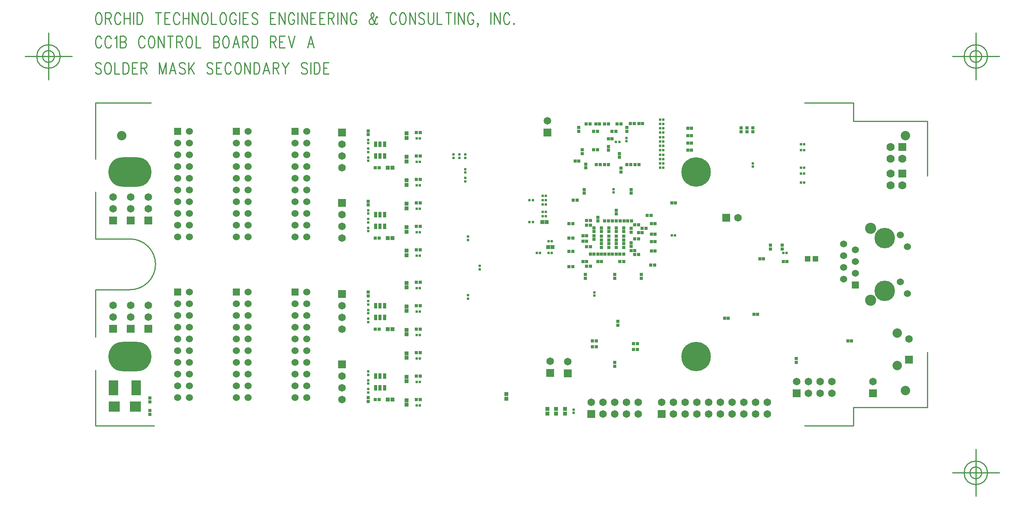
<source format=gbr>
*
*
G04 PADS 9.2 Build Number: 414666 generated Gerber (RS-274-X) file*
G04 PC Version=2.1*
*
%IN "CC1B_080118.pcb"*%
*
%MOIN*%
*
%FSLAX24Y24*%
*
*
*
*
G04 PC Standard Apertures*
*
*
G04 Thermal Relief Aperture macro.*
%AMTER*
1,1,$1,0,0*
1,0,$1-$2,0,0*
21,0,$3,$4,0,0,45*
21,0,$3,$4,0,0,135*
%
*
*
G04 Annular Aperture macro.*
%AMANN*
1,1,$1,0,0*
1,0,$2,0,0*
%
*
*
G04 Odd Aperture macro.*
%AMODD*
1,1,$1,0,0*
1,0,$1-0.005,0,0*
%
*
*
G04 PC Custom Aperture Macros*
*
*
*
*
*
*
G04 PC Aperture Table*
*
%ADD010C,0.001*%
%ADD013R,0.06X0.06*%
%ADD014C,0.06*%
%ADD021R,0.065X0.065*%
%ADD022C,0.065*%
%ADD028C,0.01*%
%ADD073R,0.07X0.07*%
%ADD074C,0.07*%
%ADD076R,0.027X0.025*%
%ADD079C,0.08*%
%ADD090R,0.035X0.035*%
%ADD094R,0.025X0.027*%
%ADD155R,0.033X0.033*%
%ADD193R,0.03X0.05*%
%ADD240R,0.021X0.023*%
%ADD242R,0.023X0.021*%
%ADD337R,0.045X0.05*%
%ADD356C,0.251*%
%ADD357O,0.369X0.251*%
%ADD358C,0.095*%
%ADD359C,0.175*%
%ADD360R,0.082X0.129*%
%ADD361R,0.095X0.085*%
*
*
*
*
G04 PC Circuitry*
G04 Layer Name CC1B_080118.pcb - circuitry*
%LPD*%
*
*
G04 PC Custom Flashes*
G04 Layer Name CC1B_080118.pcb - flashes*
%LPD*%
*
*
G04 PC Circuitry*
G04 Layer Name CC1B_080118.pcb - circuitry*
%LPD*%
*
G54D10*
G54D13*
G01X27000Y45129D03*
Y31429D03*
X32000Y45129D03*
Y31429D03*
X37000Y45129D03*
Y31429D03*
X84750Y32029D03*
G54D14*
X28000Y45129D03*
X27000Y44129D03*
X28000D03*
X27000Y43129D03*
X28000D03*
X27000Y42129D03*
X28000D03*
X27000Y41129D03*
X28000D03*
X27000Y40129D03*
X28000D03*
X27000Y39129D03*
X28000D03*
X27000Y38129D03*
X28000D03*
X27000Y37129D03*
X28000D03*
X27000Y36129D03*
X28000D03*
Y31429D03*
X27000Y30429D03*
X28000D03*
X27000Y29429D03*
X28000D03*
X27000Y28429D03*
X28000D03*
X27000Y27429D03*
X28000D03*
X27000Y26429D03*
X28000D03*
X27000Y25429D03*
X28000D03*
X27000Y24429D03*
X28000D03*
X27000Y23429D03*
X28000D03*
X27000Y22429D03*
X28000D03*
X33000Y45129D03*
X32000Y44129D03*
X33000D03*
X32000Y43129D03*
X33000D03*
X32000Y42129D03*
X33000D03*
X32000Y41129D03*
X33000D03*
X32000Y40129D03*
X33000D03*
X32000Y39129D03*
X33000D03*
X32000Y38129D03*
X33000D03*
X32000Y37129D03*
X33000D03*
X32000Y36129D03*
X33000D03*
Y31429D03*
X32000Y30429D03*
X33000D03*
X32000Y29429D03*
X33000D03*
X32000Y28429D03*
X33000D03*
X32000Y27429D03*
X33000D03*
X32000Y26429D03*
X33000D03*
X32000Y25429D03*
X33000D03*
X32000Y24429D03*
X33000D03*
X32000Y23429D03*
X33000D03*
X32000Y22429D03*
X33000D03*
X38000Y45129D03*
X37000Y44129D03*
X38000D03*
X37000Y43129D03*
X38000D03*
X37000Y42129D03*
X38000D03*
X37000Y41129D03*
X38000D03*
X37000Y40129D03*
X38000D03*
X37000Y39129D03*
X38000D03*
X37000Y38129D03*
X38000D03*
X37000Y37129D03*
X38000D03*
X37000Y36129D03*
X38000D03*
Y31429D03*
X37000Y30429D03*
X38000D03*
X37000Y29429D03*
X38000D03*
X37000Y28429D03*
X38000D03*
X37000Y27429D03*
X38000D03*
X37000Y26429D03*
X38000D03*
X37000Y25429D03*
X38000D03*
X37000Y24429D03*
X38000D03*
X37000Y23429D03*
X38000D03*
X37000Y22429D03*
X38000D03*
X83750Y32529D03*
X84750Y33029D03*
X83750Y33529D03*
X84750Y34029D03*
X83750Y34529D03*
X84750Y35029D03*
X83750Y35529D03*
X89179Y31289D03*
X88580Y32289D03*
X89179Y35269D03*
X88580Y36269D03*
G54D21*
X41000Y45000D03*
Y39000D03*
Y31250D03*
Y25250D03*
X62250Y21029D03*
X79750Y22779D03*
X58750Y24500D03*
X73750Y37750D03*
X58500Y45000D03*
X86250Y22779D03*
X60250Y24470D03*
X21500Y37529D03*
Y28279D03*
X23000Y37529D03*
Y28279D03*
X24500D03*
Y37529D03*
X68250Y21029D03*
X89291Y25644D03*
G54D22*
X41000Y44000D03*
Y43000D03*
Y42000D03*
Y38000D03*
Y37000D03*
Y36000D03*
Y30250D03*
Y29250D03*
Y28250D03*
Y24250D03*
Y23250D03*
Y22250D03*
X62250Y22029D03*
X63250Y21029D03*
Y22029D03*
X64250Y21029D03*
Y22029D03*
X65250Y21029D03*
Y22029D03*
X66250Y21029D03*
Y22029D03*
X79750Y23779D03*
X80750Y22779D03*
Y23779D03*
X81750Y22779D03*
Y23779D03*
X82750Y22779D03*
Y23779D03*
X58750Y25500D03*
X74750Y37750D03*
X58500Y46000D03*
X86250Y23779D03*
X60250Y25470D03*
X21500Y38529D03*
Y39529D03*
Y29279D03*
Y30279D03*
X23000Y38529D03*
Y39529D03*
Y29279D03*
Y30279D03*
X24500Y29279D03*
Y30279D03*
Y38529D03*
Y39529D03*
X68250Y22029D03*
X69250Y21029D03*
Y22029D03*
X70250Y21029D03*
Y22029D03*
X71250Y21029D03*
Y22029D03*
X72250Y21029D03*
Y22029D03*
X73250Y21029D03*
Y22029D03*
X74250Y21029D03*
Y22029D03*
X75250Y21029D03*
Y22029D03*
X76250Y21029D03*
Y22029D03*
X77250Y21029D03*
Y22029D03*
X89291Y27414D03*
G54D28*
X20472Y50843D02*
X20404Y50937D01*
X20404D02*
X20301Y50984D01*
X20301D02*
X20165D01*
X20063Y50937*
X20063D02*
X19995Y50843D01*
X19995D02*
Y50750D01*
X20029Y50656*
X20063Y50609*
X20131Y50562*
X20131D02*
X20335Y50468D01*
X20335D02*
X20404Y50421D01*
X20404D02*
X20438Y50375D01*
X20472Y50281*
Y50140*
X20472D02*
X20404Y50046D01*
X20404D02*
X20301Y50000D01*
X20301D02*
X20165D01*
X20063Y50046*
X20063D02*
X19995Y50140D01*
X20983Y50984D02*
X20915Y50937D01*
X20915D02*
X20847Y50843D01*
X20847D02*
X20813Y50750D01*
X20779Y50609*
Y50375*
X20813Y50234*
X20847Y50140*
X20847D02*
X20915Y50046D01*
X20915D02*
X20983Y50000D01*
X20983D02*
X21120D01*
X21188Y50046*
X21188D02*
X21256Y50140D01*
X21256D02*
X21290Y50234D01*
X21324Y50375*
X21324D02*
Y50609D01*
X21324D02*
X21290Y50750D01*
X21256Y50843*
X21256D02*
X21188Y50937D01*
X21188D02*
X21120Y50984D01*
X20983*
X21631D02*
Y50000D01*
X22040*
X22347Y50984D02*
Y50000D01*
Y50984D02*
X22585D01*
X22585D02*
X22688Y50937D01*
X22688D02*
X22756Y50843D01*
X22756D02*
X22790Y50750D01*
X22824Y50609*
X22824D02*
Y50375D01*
X22824D02*
X22790Y50234D01*
X22756Y50140*
X22756D02*
X22688Y50046D01*
X22688D02*
X22585Y50000D01*
X22585D02*
X22347D01*
X23131Y50984D02*
Y50000D01*
Y50984D02*
X23574D01*
X23131Y50515D02*
X23404D01*
X23131Y50000D02*
X23574D01*
X23881Y50984D02*
Y50000D01*
Y50984D02*
X24188D01*
X24290Y50937*
X24290D02*
X24324Y50890D01*
X24324D02*
X24358Y50796D01*
X24358D02*
Y50703D01*
X24358D02*
X24324Y50609D01*
X24324D02*
X24290Y50562D01*
X24290D02*
X24188Y50515D01*
X24188D02*
X23881D01*
X24120D02*
X24358Y50000D01*
X25449Y50984D02*
Y50000D01*
Y50984D02*
X25722Y50000D01*
X25995Y50984D02*
X25722Y50000D01*
X25995Y50984D02*
Y50000D01*
X26574Y50984D02*
X26301Y50000D01*
X26574Y50984D02*
X26847Y50000D01*
X26404Y50328D02*
X26745D01*
X27631Y50843D02*
X27563Y50937D01*
X27563D02*
X27460Y50984D01*
X27460D02*
X27324D01*
X27324D02*
X27222Y50937D01*
X27222D02*
X27154Y50843D01*
X27154D02*
Y50750D01*
X27188Y50656*
X27222Y50609*
X27290Y50562*
X27290D02*
X27495Y50468D01*
X27495D02*
X27563Y50421D01*
X27563D02*
X27597Y50375D01*
X27631Y50281*
Y50140*
X27631D02*
X27563Y50046D01*
X27563D02*
X27460Y50000D01*
X27460D02*
X27324D01*
X27324D02*
X27222Y50046D01*
X27222D02*
X27154Y50140D01*
X27938Y50984D02*
Y50000D01*
X28415Y50984D02*
X27938Y50328D01*
X28108Y50562D02*
X28415Y50000D01*
X29983Y50843D02*
X29915Y50937D01*
X29915D02*
X29813Y50984D01*
X29676*
X29676D02*
X29574Y50937D01*
X29574D02*
X29506Y50843D01*
X29506D02*
Y50750D01*
X29540Y50656*
X29574Y50609*
X29574D02*
X29642Y50562D01*
X29642D02*
X29847Y50468D01*
X29847D02*
X29915Y50421D01*
X29915D02*
X29949Y50375D01*
X29949D02*
X29983Y50281D01*
X29983D02*
Y50140D01*
X29983D02*
X29915Y50046D01*
X29915D02*
X29813Y50000D01*
X29676*
X29676D02*
X29574Y50046D01*
X29574D02*
X29506Y50140D01*
X30290Y50984D02*
Y50000D01*
Y50984D02*
X30733D01*
X30290Y50515D02*
X30563D01*
X30290Y50000D02*
X30733D01*
X31551Y50750D02*
X31517Y50843D01*
X31517D02*
X31449Y50937D01*
X31449D02*
X31381Y50984D01*
X31245*
X31176Y50937*
X31176D02*
X31108Y50843D01*
X31108D02*
X31074Y50750D01*
X31074D02*
X31040Y50609D01*
Y50375*
X31074Y50234*
X31074D02*
X31108Y50140D01*
X31108D02*
X31176Y50046D01*
X31176D02*
X31245Y50000D01*
X31381*
X31449Y50046*
X31449D02*
X31517Y50140D01*
X31517D02*
X31551Y50234D01*
X32063Y50984D02*
X31995Y50937D01*
X31995D02*
X31926Y50843D01*
X31926D02*
X31892Y50750D01*
X31892D02*
X31858Y50609D01*
X31858D02*
Y50375D01*
X31858D02*
X31892Y50234D01*
X31892D02*
X31926Y50140D01*
X31926D02*
X31995Y50046D01*
X31995D02*
X32063Y50000D01*
X32199*
X32199D02*
X32267Y50046D01*
X32267D02*
X32335Y50140D01*
X32335D02*
X32370Y50234D01*
X32404Y50375*
Y50609*
X32370Y50750*
X32335Y50843*
X32335D02*
X32267Y50937D01*
X32267D02*
X32199Y50984D01*
X32199D02*
X32063D01*
X32710D02*
Y50000D01*
Y50984D02*
X33188Y50000D01*
Y50984D02*
Y50000D01*
X33495Y50984D02*
Y50000D01*
Y50984D02*
X33733D01*
X33733D02*
X33835Y50937D01*
X33835D02*
X33904Y50843D01*
X33904D02*
X33938Y50750D01*
X33972Y50609*
Y50375*
X33938Y50234*
X33904Y50140*
X33904D02*
X33835Y50046D01*
X33835D02*
X33733Y50000D01*
X33733D02*
X33495D01*
X34551Y50984D02*
X34279Y50000D01*
X34551Y50984D02*
X34824Y50000D01*
X34381Y50328D02*
X34722D01*
X35131Y50984D02*
Y50000D01*
Y50984D02*
X35438D01*
X35540Y50937*
X35540D02*
X35574Y50890D01*
X35574D02*
X35608Y50796D01*
X35608D02*
Y50703D01*
X35608D02*
X35574Y50609D01*
X35574D02*
X35540Y50562D01*
X35540D02*
X35438Y50515D01*
X35438D02*
X35131D01*
X35370D02*
X35608Y50000D01*
X35915Y50984D02*
X36188Y50515D01*
X36188D02*
Y50000D01*
X36460Y50984D02*
X36188Y50515D01*
X38029Y50843D02*
X37960Y50937D01*
X37960D02*
X37858Y50984D01*
X37858D02*
X37722D01*
X37620Y50937*
X37620D02*
X37551Y50843D01*
X37551D02*
Y50750D01*
X37551D02*
X37585Y50656D01*
X37585D02*
X37620Y50609D01*
X37688Y50562*
X37688D02*
X37892Y50468D01*
X37892D02*
X37960Y50421D01*
X37960D02*
X37995Y50375D01*
X38029Y50281*
Y50140*
X38029D02*
X37960Y50046D01*
X37960D02*
X37858Y50000D01*
X37858D02*
X37722D01*
X37620Y50046*
X37620D02*
X37551Y50140D01*
X38335Y50984D02*
Y50000D01*
X38642Y50984D02*
Y50000D01*
Y50984D02*
X38881D01*
X38983Y50937*
X38983D02*
X39051Y50843D01*
X39051D02*
X39085Y50750D01*
X39085D02*
X39120Y50609D01*
Y50375*
X39085Y50234*
X39085D02*
X39051Y50140D01*
X39051D02*
X38983Y50046D01*
X38983D02*
X38881Y50000D01*
X38642*
X39426Y50984D02*
Y50000D01*
Y50984D02*
X39870D01*
X39426Y50515D02*
X39699D01*
X39426Y50000D02*
X39870D01*
X20511Y53000D02*
X20477Y53093D01*
X20477D02*
X20409Y53187D01*
X20409D02*
X20340Y53234D01*
X20340D02*
X20204D01*
X20204D02*
X20136Y53187D01*
X20136D02*
X20068Y53093D01*
X20068D02*
X20034Y53000D01*
X20000Y52859*
Y52625*
X20034Y52484*
X20068Y52390*
X20068D02*
X20136Y52296D01*
X20136D02*
X20204Y52250D01*
X20204D02*
X20340D01*
X20340D02*
X20409Y52296D01*
X20409D02*
X20477Y52390D01*
X20477D02*
X20511Y52484D01*
X21329Y53000D02*
X21295Y53093D01*
X21295D02*
X21227Y53187D01*
X21227D02*
X21159Y53234D01*
X21022*
X21022D02*
X20954Y53187D01*
X20954D02*
X20886Y53093D01*
X20886D02*
X20852Y53000D01*
X20818Y52859*
Y52625*
X20852Y52484*
X20886Y52390*
X20886D02*
X20954Y52296D01*
X20954D02*
X21022Y52250D01*
X21022D02*
X21159D01*
X21227Y52296*
X21227D02*
X21295Y52390D01*
X21295D02*
X21329Y52484D01*
X21636Y53046D02*
X21704Y53093D01*
X21704D02*
X21806Y53234D01*
X21806D02*
Y52250D01*
X22113Y53234D02*
Y52250D01*
Y53234D02*
X22420D01*
X22522Y53187*
X22522D02*
X22556Y53140D01*
X22556D02*
X22590Y53046D01*
X22590D02*
Y52953D01*
X22590D02*
X22556Y52859D01*
X22556D02*
X22522Y52812D01*
X22522D02*
X22420Y52765D01*
X22113D02*
X22420D01*
X22420D02*
X22522Y52718D01*
X22522D02*
X22556Y52671D01*
X22556D02*
X22590Y52578D01*
X22590D02*
Y52437D01*
X22590D02*
X22556Y52343D01*
X22556D02*
X22522Y52296D01*
X22522D02*
X22420Y52250D01*
X22113*
X24193Y53000D02*
X24159Y53093D01*
X24159D02*
X24090Y53187D01*
X24090D02*
X24022Y53234D01*
X24022D02*
X23886D01*
X23818Y53187*
X23818D02*
X23750Y53093D01*
X23750D02*
X23715Y53000D01*
X23715D02*
X23681Y52859D01*
X23681D02*
Y52625D01*
X23681D02*
X23715Y52484D01*
X23715D02*
X23750Y52390D01*
X23750D02*
X23818Y52296D01*
X23818D02*
X23886Y52250D01*
X24022*
X24022D02*
X24090Y52296D01*
X24090D02*
X24159Y52390D01*
X24159D02*
X24193Y52484D01*
X24704Y53234D02*
X24636Y53187D01*
X24636D02*
X24568Y53093D01*
X24568D02*
X24534Y53000D01*
X24500Y52859*
Y52625*
X24534Y52484*
X24568Y52390*
X24568D02*
X24636Y52296D01*
X24636D02*
X24704Y52250D01*
X24704D02*
X24840D01*
X24840D02*
X24909Y52296D01*
X24909D02*
X24977Y52390D01*
X24977D02*
X25011Y52484D01*
X25045Y52625*
Y52859*
X25011Y53000*
X24977Y53093*
X24977D02*
X24909Y53187D01*
X24909D02*
X24840Y53234D01*
X24840D02*
X24704D01*
X25352D02*
Y52250D01*
Y53234D02*
X25829Y52250D01*
Y53234D02*
Y52250D01*
X26375Y53234D02*
Y52250D01*
X26136Y53234D02*
X26613D01*
X26920D02*
Y52250D01*
Y53234D02*
X27227D01*
X27329Y53187*
X27329D02*
X27363Y53140D01*
X27363D02*
X27397Y53046D01*
X27397D02*
Y52953D01*
X27397D02*
X27363Y52859D01*
X27363D02*
X27329Y52812D01*
X27329D02*
X27227Y52765D01*
X27227D02*
X26920D01*
X27159D02*
X27397Y52250D01*
X27909Y53234D02*
X27840Y53187D01*
X27840D02*
X27772Y53093D01*
X27772D02*
X27738Y53000D01*
X27738D02*
X27704Y52859D01*
X27704D02*
Y52625D01*
X27704D02*
X27738Y52484D01*
X27738D02*
X27772Y52390D01*
X27772D02*
X27840Y52296D01*
X27840D02*
X27909Y52250D01*
X28045*
X28113Y52296*
X28113D02*
X28181Y52390D01*
X28181D02*
X28215Y52484D01*
X28215D02*
X28250Y52625D01*
Y52859*
X28215Y53000*
X28215D02*
X28181Y53093D01*
X28181D02*
X28113Y53187D01*
X28113D02*
X28045Y53234D01*
X27909*
X28556D02*
Y52250D01*
X28556D02*
X28965D01*
X30056Y53234D02*
Y52250D01*
Y53234D02*
X30363D01*
X30363D02*
X30465Y53187D01*
X30465D02*
X30500Y53140D01*
X30500D02*
X30534Y53046D01*
X30534D02*
Y52953D01*
X30500Y52859*
X30465Y52812*
X30465D02*
X30363Y52765D01*
X30056D02*
X30363D01*
X30363D02*
X30465Y52718D01*
X30465D02*
X30500Y52671D01*
X30500D02*
X30534Y52578D01*
Y52437*
X30534D02*
X30500Y52343D01*
X30500D02*
X30465Y52296D01*
X30465D02*
X30363Y52250D01*
X30363D02*
X30056D01*
X31045Y53234D02*
X30977Y53187D01*
X30977D02*
X30909Y53093D01*
X30909D02*
X30875Y53000D01*
X30840Y52859*
X30840D02*
Y52625D01*
X30840D02*
X30875Y52484D01*
X30909Y52390*
X30909D02*
X30977Y52296D01*
X30977D02*
X31045Y52250D01*
X31181*
X31181D02*
X31250Y52296D01*
X31250D02*
X31318Y52390D01*
X31318D02*
X31352Y52484D01*
X31386Y52625*
Y52859*
X31352Y53000*
X31318Y53093*
X31318D02*
X31250Y53187D01*
X31250D02*
X31181Y53234D01*
X31181D02*
X31045D01*
X31965D02*
X31693Y52250D01*
X31965Y53234D02*
X32238Y52250D01*
X31795Y52578D02*
X32136D01*
X32545Y53234D02*
Y52250D01*
Y53234D02*
X32852D01*
X32954Y53187*
X32954D02*
X32988Y53140D01*
X32988D02*
X33022Y53046D01*
X33022D02*
Y52953D01*
X33022D02*
X32988Y52859D01*
X32988D02*
X32954Y52812D01*
X32954D02*
X32852Y52765D01*
X32852D02*
X32545D01*
X32784D02*
X33022Y52250D01*
X33329Y53234D02*
Y52250D01*
Y53234D02*
X33568D01*
X33670Y53187*
X33670D02*
X33738Y53093D01*
X33738D02*
X33772Y53000D01*
X33772D02*
X33806Y52859D01*
X33806D02*
Y52625D01*
X33806D02*
X33772Y52484D01*
X33772D02*
X33738Y52390D01*
X33738D02*
X33670Y52296D01*
X33670D02*
X33568Y52250D01*
X33329*
X34897Y53234D02*
Y52250D01*
Y53234D02*
X35204D01*
X35204D02*
X35306Y53187D01*
X35306D02*
X35340Y53140D01*
X35340D02*
X35375Y53046D01*
X35375D02*
Y52953D01*
X35340Y52859*
X35340D02*
X35306Y52812D01*
X35306D02*
X35204Y52765D01*
X35204D02*
X34897D01*
X35136D02*
X35375Y52250D01*
X35681Y53234D02*
Y52250D01*
Y53234D02*
X36125D01*
X35681Y52765D02*
X35954D01*
X35681Y52250D02*
X36125D01*
X36431Y53234D02*
X36704Y52250D01*
X36977Y53234D02*
X36704Y52250D01*
X38340Y53234D02*
X38068Y52250D01*
X38340Y53234D02*
X38613Y52250D01*
X38170Y52578D02*
X38511D01*
X20204Y55234D02*
X20136Y55187D01*
X20136D02*
X20068Y55093D01*
X20068D02*
X20034Y55000D01*
X20000Y54859*
Y54625*
X20034Y54484*
X20068Y54390*
X20068D02*
X20136Y54296D01*
X20136D02*
X20204Y54250D01*
X20204D02*
X20340D01*
X20340D02*
X20409Y54296D01*
X20409D02*
X20477Y54390D01*
X20477D02*
X20511Y54484D01*
X20545Y54625*
Y54859*
X20511Y55000*
X20477Y55093*
X20477D02*
X20409Y55187D01*
X20409D02*
X20340Y55234D01*
X20340D02*
X20204D01*
X20852D02*
Y54250D01*
Y55234D02*
X21159D01*
X21261Y55187*
X21261D02*
X21295Y55140D01*
X21295D02*
X21329Y55046D01*
X21329D02*
Y54953D01*
X21329D02*
X21295Y54859D01*
X21261Y54812*
X21261D02*
X21159Y54765D01*
X21159D02*
X20852D01*
X21090D02*
X21329Y54250D01*
X22147Y55000D02*
X22113Y55093D01*
X22113D02*
X22045Y55187D01*
X22045D02*
X21977Y55234D01*
X21840*
X21840D02*
X21772Y55187D01*
X21772D02*
X21704Y55093D01*
X21704D02*
X21670Y55000D01*
X21636Y54859*
Y54625*
X21670Y54484*
X21704Y54390*
X21704D02*
X21772Y54296D01*
X21772D02*
X21840Y54250D01*
X21840D02*
X21977D01*
X22045Y54296*
X22045D02*
X22113Y54390D01*
X22113D02*
X22147Y54484D01*
X22454Y55234D02*
Y54250D01*
X22931Y55234D02*
Y54250D01*
X22454Y54765D02*
X22931D01*
X23238Y55234D02*
Y54250D01*
X23545Y55234D02*
Y54250D01*
Y55234D02*
X23784D01*
X23886Y55187*
X23886D02*
X23954Y55093D01*
X23954D02*
X23988Y55000D01*
X23988D02*
X24022Y54859D01*
X24022D02*
Y54625D01*
X24022D02*
X23988Y54484D01*
X23988D02*
X23954Y54390D01*
X23954D02*
X23886Y54296D01*
X23886D02*
X23784Y54250D01*
X23545*
X25352Y55234D02*
Y54250D01*
X25113Y55234D02*
X25590D01*
X25897D02*
Y54250D01*
Y55234D02*
X26340D01*
X25897Y54765D02*
X26170D01*
X25897Y54250D02*
X26340D01*
X27159Y55000D02*
X27125Y55093D01*
X27125D02*
X27056Y55187D01*
X27056D02*
X26988Y55234D01*
X26988D02*
X26852D01*
X26784Y55187*
X26784D02*
X26715Y55093D01*
X26715D02*
X26681Y55000D01*
X26681D02*
X26647Y54859D01*
X26647D02*
Y54625D01*
X26647D02*
X26681Y54484D01*
X26681D02*
X26715Y54390D01*
X26715D02*
X26784Y54296D01*
X26784D02*
X26852Y54250D01*
X26988*
X26988D02*
X27056Y54296D01*
X27056D02*
X27125Y54390D01*
X27125D02*
X27159Y54484D01*
X27465Y55234D02*
Y54250D01*
X27943Y55234D02*
Y54250D01*
X27465Y54765D02*
X27943D01*
X28250Y55234D02*
Y54250D01*
Y55234D02*
X28727Y54250D01*
Y55234D02*
Y54250D01*
X29238Y55234D02*
X29170Y55187D01*
X29170D02*
X29102Y55093D01*
X29102D02*
X29068Y55000D01*
X29034Y54859*
Y54625*
X29068Y54484*
X29102Y54390*
X29102D02*
X29170Y54296D01*
X29170D02*
X29238Y54250D01*
X29238D02*
X29375D01*
X29443Y54296*
X29443D02*
X29511Y54390D01*
X29511D02*
X29545Y54484D01*
X29579Y54625*
X29579D02*
Y54859D01*
X29579D02*
X29545Y55000D01*
X29511Y55093*
X29511D02*
X29443Y55187D01*
X29443D02*
X29375Y55234D01*
X29238*
X29886D02*
Y54250D01*
X30295*
X30806Y55234D02*
X30738Y55187D01*
X30738D02*
X30670Y55093D01*
X30670D02*
X30636Y55000D01*
X30602Y54859*
Y54625*
X30636Y54484*
X30670Y54390*
X30670D02*
X30738Y54296D01*
X30738D02*
X30806Y54250D01*
X30806D02*
X30943D01*
X31011Y54296*
X31011D02*
X31079Y54390D01*
X31079D02*
X31113Y54484D01*
X31113D02*
X31147Y54625D01*
X31147D02*
Y54859D01*
X31147D02*
X31113Y55000D01*
X31113D02*
X31079Y55093D01*
X31079D02*
X31011Y55187D01*
X31011D02*
X30943Y55234D01*
X30806*
X31965Y55000D02*
X31931Y55093D01*
X31931D02*
X31863Y55187D01*
X31863D02*
X31795Y55234D01*
X31659*
X31590Y55187*
X31590D02*
X31522Y55093D01*
X31522D02*
X31488Y55000D01*
X31488D02*
X31454Y54859D01*
X31454D02*
Y54625D01*
X31454D02*
X31488Y54484D01*
X31488D02*
X31522Y54390D01*
X31522D02*
X31590Y54296D01*
X31590D02*
X31659Y54250D01*
X31795*
X31863Y54296*
X31863D02*
X31931Y54390D01*
X31931D02*
X31965Y54484D01*
X31965D02*
Y54625D01*
X31795D02*
X31965D01*
X32272Y55234D02*
Y54250D01*
X32579Y55234D02*
Y54250D01*
Y55234D02*
X33022D01*
X32579Y54765D02*
X32852D01*
X32579Y54250D02*
X33022D01*
X33806Y55093D02*
X33738Y55187D01*
X33738D02*
X33636Y55234D01*
X33500*
X33397Y55187*
X33397D02*
X33329Y55093D01*
X33329D02*
Y55000D01*
X33329D02*
X33363Y54906D01*
X33363D02*
X33397Y54859D01*
X33397D02*
X33465Y54812D01*
X33465D02*
X33670Y54718D01*
X33670D02*
X33738Y54671D01*
X33738D02*
X33772Y54625D01*
X33772D02*
X33806Y54531D01*
X33806D02*
Y54390D01*
X33806D02*
X33738Y54296D01*
X33738D02*
X33636Y54250D01*
X33500*
X33397Y54296*
X33397D02*
X33329Y54390D01*
X34897Y55234D02*
Y54250D01*
Y55234D02*
X35340D01*
X34897Y54765D02*
X35170D01*
X34897Y54250D02*
X35340D01*
X35647Y55234D02*
Y54250D01*
Y55234D02*
X36125Y54250D01*
Y55234D02*
Y54250D01*
X36943Y55000D02*
X36909Y55093D01*
X36909D02*
X36840Y55187D01*
X36840D02*
X36772Y55234D01*
X36772D02*
X36636D01*
X36568Y55187*
X36568D02*
X36500Y55093D01*
X36500D02*
X36465Y55000D01*
X36465D02*
X36431Y54859D01*
X36431D02*
Y54625D01*
X36431D02*
X36465Y54484D01*
X36465D02*
X36500Y54390D01*
X36500D02*
X36568Y54296D01*
X36568D02*
X36636Y54250D01*
X36772*
X36772D02*
X36840Y54296D01*
X36840D02*
X36909Y54390D01*
X36909D02*
X36943Y54484D01*
Y54625*
X36772D02*
X36943D01*
X37250Y55234D02*
Y54250D01*
X37556Y55234D02*
Y54250D01*
Y55234D02*
X38034Y54250D01*
Y55234D02*
Y54250D01*
X38340Y55234D02*
Y54250D01*
Y55234D02*
X38784D01*
X38340Y54765D02*
X38613D01*
X38340Y54250D02*
X38784D01*
X39090Y55234D02*
Y54250D01*
Y55234D02*
X39534D01*
X39090Y54765D02*
X39363D01*
X39090Y54250D02*
X39534D01*
X39840Y55234D02*
Y54250D01*
Y55234D02*
X40147D01*
X40147D02*
X40250Y55187D01*
X40250D02*
X40284Y55140D01*
X40284D02*
X40318Y55046D01*
X40318D02*
Y54953D01*
X40284Y54859*
X40250Y54812*
X40250D02*
X40147Y54765D01*
X40147D02*
X39840D01*
X40079D02*
X40318Y54250D01*
X40625Y55234D02*
Y54250D01*
X40931Y55234D02*
Y54250D01*
Y55234D02*
X41409Y54250D01*
Y55234D02*
Y54250D01*
X42227Y55000D02*
X42193Y55093D01*
X42193D02*
X42125Y55187D01*
X42125D02*
X42056Y55234D01*
X42056D02*
X41920D01*
X41852Y55187*
X41852D02*
X41784Y55093D01*
X41784D02*
X41750Y55000D01*
X41715Y54859*
X41715D02*
Y54625D01*
X41715D02*
X41750Y54484D01*
X41784Y54390*
X41784D02*
X41852Y54296D01*
X41852D02*
X41920Y54250D01*
X42056*
X42056D02*
X42125Y54296D01*
X42125D02*
X42193Y54390D01*
X42193D02*
X42227Y54484D01*
Y54625*
X42056D02*
X42227D01*
X44000Y54812D02*
Y54859D01*
X43965Y54906*
X43965D02*
X43931D01*
X43931D02*
X43897Y54859D01*
X43897D02*
X43863Y54765D01*
X43863D02*
X43795Y54531D01*
X43727Y54390*
X43727D02*
X43659Y54296D01*
X43659D02*
X43590Y54250D01*
X43590D02*
X43454D01*
X43454D02*
X43386Y54296D01*
X43386D02*
X43352Y54343D01*
X43352D02*
X43318Y54437D01*
X43318D02*
Y54531D01*
X43352Y54625*
X43386Y54671*
X43386D02*
X43625Y54859D01*
X43659Y54906*
X43693Y55000*
Y55093*
X43693D02*
X43659Y55187D01*
X43659D02*
X43590Y55234D01*
X43590D02*
X43522Y55187D01*
X43522D02*
X43488Y55093D01*
X43488D02*
Y55000D01*
X43488D02*
X43522Y54859D01*
X43522D02*
X43590Y54718D01*
X43590D02*
X43761Y54390D01*
X43761D02*
X43829Y54296D01*
X43829D02*
X43897Y54250D01*
X43897D02*
X43965D01*
X43965D02*
X44000Y54296D01*
X44000D02*
Y54343D01*
X45602Y55000D02*
X45568Y55093D01*
X45568D02*
X45500Y55187D01*
X45500D02*
X45431Y55234D01*
X45431D02*
X45295D01*
X45227Y55187*
X45227D02*
X45159Y55093D01*
X45159D02*
X45125Y55000D01*
X45090Y54859*
X45090D02*
Y54625D01*
X45090D02*
X45125Y54484D01*
X45159Y54390*
X45159D02*
X45227Y54296D01*
X45227D02*
X45295Y54250D01*
X45431*
X45431D02*
X45500Y54296D01*
X45500D02*
X45568Y54390D01*
X45568D02*
X45602Y54484D01*
X46113Y55234D02*
X46045Y55187D01*
X46045D02*
X45977Y55093D01*
X45977D02*
X45943Y55000D01*
X45909Y54859*
Y54625*
X45943Y54484*
X45977Y54390*
X45977D02*
X46045Y54296D01*
X46045D02*
X46113Y54250D01*
X46113D02*
X46250D01*
X46318Y54296*
X46318D02*
X46386Y54390D01*
X46386D02*
X46420Y54484D01*
X46454Y54625*
X46454D02*
Y54859D01*
X46454D02*
X46420Y55000D01*
X46386Y55093*
X46386D02*
X46318Y55187D01*
X46318D02*
X46250Y55234D01*
X46113*
X46761D02*
Y54250D01*
Y55234D02*
X47238Y54250D01*
Y55234D02*
Y54250D01*
X48022Y55093D02*
X47954Y55187D01*
X47954D02*
X47852Y55234D01*
X47715*
X47715D02*
X47613Y55187D01*
X47613D02*
X47545Y55093D01*
X47545D02*
Y55000D01*
X47579Y54906*
X47579D02*
X47613Y54859D01*
X47613D02*
X47681Y54812D01*
X47681D02*
X47886Y54718D01*
X47886D02*
X47954Y54671D01*
X47954D02*
X47988Y54625D01*
X47988D02*
X48022Y54531D01*
X48022D02*
Y54390D01*
X48022D02*
X47954Y54296D01*
X47954D02*
X47852Y54250D01*
X47715*
X47715D02*
X47613Y54296D01*
X47613D02*
X47545Y54390D01*
X48329Y55234D02*
Y54531D01*
X48329D02*
X48363Y54390D01*
X48363D02*
X48431Y54296D01*
X48431D02*
X48534Y54250D01*
X48602*
X48704Y54296*
X48704D02*
X48772Y54390D01*
X48772D02*
X48806Y54531D01*
X48806D02*
Y55234D01*
X49113D02*
Y54250D01*
X49113D02*
X49522D01*
X50068Y55234D02*
Y54250D01*
X49829Y55234D02*
X50306D01*
X50613D02*
Y54250D01*
X50920Y55234D02*
Y54250D01*
Y55234D02*
X51397Y54250D01*
Y55234D02*
Y54250D01*
X52215Y55000D02*
X52181Y55093D01*
X52181D02*
X52113Y55187D01*
X52113D02*
X52045Y55234D01*
X51909*
X51840Y55187*
X51840D02*
X51772Y55093D01*
X51772D02*
X51738Y55000D01*
X51738D02*
X51704Y54859D01*
X51704D02*
Y54625D01*
X51704D02*
X51738Y54484D01*
X51738D02*
X51772Y54390D01*
X51772D02*
X51840Y54296D01*
X51840D02*
X51909Y54250D01*
X52045*
X52113Y54296*
X52113D02*
X52181Y54390D01*
X52181D02*
X52215Y54484D01*
X52215D02*
Y54625D01*
X52045D02*
X52215D01*
X52590Y54296D02*
X52556Y54250D01*
X52556D02*
X52522Y54296D01*
X52522D02*
X52556Y54343D01*
X52556D02*
X52590Y54296D01*
X52590D02*
Y54203D01*
X52590D02*
X52556Y54109D01*
X52556D02*
X52522Y54062D01*
X53681Y55234D02*
Y54250D01*
X53988Y55234D02*
Y54250D01*
Y55234D02*
X54465Y54250D01*
Y55234D02*
Y54250D01*
X55284Y55000D02*
X55250Y55093D01*
X55250D02*
X55181Y55187D01*
X55181D02*
X55113Y55234D01*
X55113D02*
X54977D01*
X54909Y55187*
X54909D02*
X54840Y55093D01*
X54840D02*
X54806Y55000D01*
X54806D02*
X54772Y54859D01*
X54772D02*
Y54625D01*
X54772D02*
X54806Y54484D01*
X54806D02*
X54840Y54390D01*
X54840D02*
X54909Y54296D01*
X54909D02*
X54977Y54250D01*
X55113*
X55113D02*
X55181Y54296D01*
X55181D02*
X55250Y54390D01*
X55250D02*
X55284Y54484D01*
X55625Y54343D02*
X55590Y54296D01*
X55590D02*
X55625Y54250D01*
X55659Y54296*
X55659D02*
X55625Y54343D01*
X17000Y51500D02*
G75*
G03X17000I-1000J0D01*
G01X16500D02*
G03X16500I-500J0D01*
G01X16000Y53500D02*
Y49500D01*
X14000Y51500D02*
X18000D01*
X96000D02*
G03X96000I-1000J0D01*
G01X95500D02*
G03X95500I-500J0D01*
G01X95000Y53500D02*
Y49500D01*
X93000Y51500D02*
X97000D01*
X96000Y16000D02*
G03X96000I-1000J0D01*
G01X95500D02*
G03X95500I-500J0D01*
G01X95000Y18000D02*
Y14000D01*
X93000Y16000D02*
X97000D01*
X25000Y20000D02*
X20000D01*
Y24750*
Y42750D02*
Y47560D01*
X24750*
X80410Y47559D02*
X84565D01*
Y45985*
X90865*
Y41300*
X80403Y20000D02*
X84568D01*
Y21573*
X90867*
Y26270*
X20000Y27596D02*
Y31614D01*
X22950*
G03X22949Y35940I7J2163*
G01X22950D02*
X20000D01*
Y39956*
G54D73*
X88750Y41529D03*
Y43779D03*
G54D74*
Y40529D03*
X87750Y41529D03*
Y40529D03*
X88750Y42779D03*
X87750Y43779D03*
Y42779D03*
G54D76*
X79700Y25735D03*
Y25415D03*
X64250Y25090D03*
Y25410D03*
X64500Y28910D03*
Y28590D03*
X24650Y20990D03*
Y21310D03*
Y22385D03*
Y22065D03*
X43250Y44840D03*
Y45160D03*
Y38840D03*
Y39160D03*
Y31090D03*
Y31410D03*
Y22410D03*
Y22090D03*
X76000Y45410D03*
Y45090D03*
X75500Y45410D03*
Y45090D03*
X75000Y45410D03*
Y45090D03*
X64370Y38388D03*
Y38068D03*
Y36892D03*
Y36572D03*
X65000Y36892D03*
Y36572D03*
X63740Y36892D03*
Y36572D03*
Y36183D03*
Y35863D03*
X64370Y35233D03*
Y35553D03*
X63110Y35233D03*
Y35553D03*
X63740Y35233D03*
Y35553D03*
X63110Y36183D03*
Y35863D03*
X64370D03*
Y36183D03*
X65000Y35233D03*
Y35553D03*
X63110Y36892D03*
Y36572D03*
X62480Y36223D03*
Y35903D03*
X65629Y39840D03*
Y40160D03*
X61653Y39840D03*
Y40160D03*
X62480Y36572D03*
Y36892D03*
X62795Y37797D03*
Y37477D03*
X65629Y35632D03*
Y35312D03*
X61750Y32910D03*
Y32590D03*
X64250Y32910D03*
Y32590D03*
X66500Y32910D03*
Y32590D03*
X65629Y36852D03*
Y36532D03*
X65000Y36183D03*
Y35863D03*
X65275Y45115D03*
Y45435D03*
X61181Y45115D03*
Y45435D03*
X64645Y43230D03*
Y42910D03*
X63700Y43501D03*
Y43821D03*
X64775Y41976D03*
Y41656D03*
X61456Y43225D03*
Y43545D03*
X61771Y42005D03*
Y42325D03*
X77500Y35410D03*
Y35090D03*
X78500Y35410D03*
Y35090D03*
G54D79*
X88311Y25154D03*
Y27904D03*
X89000Y44750D03*
Y23000D03*
X22250Y44750D03*
G54D90*
X55000Y22300D03*
Y22700D03*
G54D94*
X76090Y29500D03*
X76410D03*
X44160Y42000D03*
X43840D03*
X44160Y36000D03*
X43840D03*
X44160Y28250D03*
X43840D03*
X44160Y22250D03*
X43840D03*
X47660Y35000D03*
X47340D03*
X47660Y37000D03*
X47340D03*
X47660Y32250D03*
X47340D03*
X47660Y30250D03*
X47340D03*
X47660Y39000D03*
X47340D03*
X47660Y41000D03*
X47340D03*
X47660Y26250D03*
X47340D03*
X47660Y28250D03*
X47340D03*
X47660Y24250D03*
X47340D03*
X47660Y22250D03*
X47340D03*
X47660Y43000D03*
X47340D03*
X47660Y45000D03*
X47340D03*
X73590Y29175D03*
X73910D03*
X66160Y27000D03*
X65840D03*
X62340Y27250D03*
X62660D03*
X62340Y26750D03*
X62660D03*
X66160Y26500D03*
X65840D03*
X67335Y37950D03*
X67015D03*
X69090Y39000D03*
X69410D03*
X60715Y39250D03*
X61035D03*
X62792Y34015D03*
X63112D03*
X62167Y33622D03*
X61847D03*
X63112Y34645D03*
X62792D03*
X61852Y34015D03*
X61532D03*
X66257Y36496D03*
X66577D03*
X67359Y36338D03*
X67679D03*
X62482Y34645D03*
X62162D03*
X65942Y37165D03*
X66262D03*
X65942Y34606D03*
X66262D03*
X63742Y34645D03*
X63422D03*
X64052Y37480D03*
X64372D03*
X63703D03*
X63383D03*
X65351D03*
X65671D03*
X65041D03*
X64721D03*
X64052Y34645D03*
X64372D03*
X67320Y33700D03*
X67640D03*
X62167Y37519D03*
X61847D03*
X62167Y37126D03*
X61847D03*
X65627Y34960D03*
X65947D03*
X64682Y34645D03*
X65002D03*
X60671Y33582D03*
X60351D03*
X62167Y35275D03*
X61847D03*
X67359Y34921D03*
X67679D03*
X60671Y34881D03*
X60351D03*
X60660Y36000D03*
X60340D03*
X60660Y37250D03*
X60340D03*
X67359Y37244D03*
X67679D03*
X67359Y35708D03*
X67679D03*
X64682Y34015D03*
X65002D03*
X61852Y36220D03*
X61532D03*
X61852Y35748D03*
X61532D03*
X65942Y35944D03*
X66262D03*
X66572Y36850D03*
X66892D03*
X63703Y42283D03*
X63383D03*
X62635Y45748D03*
X62955D03*
X63698Y44488D03*
X64018D03*
X66301Y42283D03*
X65981D03*
X65593D03*
X65273D03*
X62438Y43543D03*
X62758D03*
X62438Y45118D03*
X62758D03*
X62128Y45748D03*
X61808D03*
X63703D03*
X63383D03*
X61183Y42598D03*
X60863D03*
X62994Y42283D03*
X62674D03*
X64333Y45118D03*
X64013D03*
X64446Y45748D03*
X64766D03*
X66296Y45787D03*
X66616D03*
X65588D03*
X65908D03*
X70465Y44125D03*
X70785D03*
X70465Y45375D03*
X70785D03*
X70465Y43500D03*
X70785D03*
X70465Y44750D03*
X70785D03*
X84090Y27250D03*
X84410D03*
X78910Y34000D03*
X78590D03*
X76590Y34250D03*
X76910D03*
G54D155*
X44910Y42000D03*
X45290D03*
X44910Y36000D03*
X45290D03*
X44910Y28250D03*
X45290D03*
X44910Y22250D03*
X45290D03*
X58940Y35250D03*
X58560D03*
X60000Y21060D03*
Y21440D03*
X59250Y21060D03*
Y21440D03*
X58500Y21060D03*
Y21440D03*
X46500Y34940D03*
Y34560D03*
Y36940D03*
Y36560D03*
Y32190D03*
Y31810D03*
Y30190D03*
Y29810D03*
Y38940D03*
Y38560D03*
Y40940D03*
Y40560D03*
Y28190D03*
Y27810D03*
Y26190D03*
Y25810D03*
Y24190D03*
Y23810D03*
Y22190D03*
Y21810D03*
Y44940D03*
Y44560D03*
Y42940D03*
Y42560D03*
X58060Y37375D03*
X58440D03*
G54D193*
X43876Y44000D03*
X44250D03*
X44624D03*
Y43000D03*
X44250D03*
X43876D03*
Y38000D03*
X44250D03*
X44624D03*
Y37000D03*
X44250D03*
X43876D03*
Y30250D03*
X44250D03*
X44624D03*
Y29250D03*
X44250D03*
X43876D03*
Y24250D03*
X44250D03*
X44624D03*
Y23250D03*
X44250D03*
X43876D03*
G54D240*
X76000Y42112D03*
Y42388D03*
X50500Y43138D03*
Y42862D03*
X52750Y33362D03*
Y33638D03*
X43250Y44388D03*
Y44112D03*
Y38388D03*
Y38112D03*
Y30638D03*
Y30362D03*
Y22862D03*
Y23138D03*
Y43362D03*
Y43638D03*
Y37362D03*
Y37638D03*
Y29612D03*
Y29888D03*
Y23612D03*
Y23888D03*
Y42888D03*
Y42612D03*
Y36888D03*
Y36612D03*
Y29138D03*
Y28862D03*
Y24362D03*
Y24638D03*
X60750Y21112D03*
Y21388D03*
X51500Y41888D03*
Y41612D03*
Y42862D03*
Y43138D03*
Y41138D03*
Y40862D03*
X51000Y43138D03*
Y42862D03*
X51750Y31138D03*
Y30862D03*
Y35862D03*
Y36138D03*
X64133Y39901D03*
Y40177D03*
X62500Y31388D03*
Y31112D03*
X65236Y44271D03*
Y44547D03*
G54D242*
X57888Y34750D03*
X57612D03*
X58888Y35750D03*
X58612D03*
Y34750D03*
X58888D03*
X69112Y36250D03*
X69388D03*
X58388Y39250D03*
X58112D03*
X56987D03*
X57263D03*
X58112Y37875D03*
X58388D03*
X58112Y38875D03*
X58388D03*
X58112Y39625D03*
X58388D03*
X58112Y38250D03*
X58388D03*
X80388Y42000D03*
X80112D03*
X64350Y44212D03*
X64626D03*
X68112Y45375D03*
X68388D03*
X68112Y45750D03*
X68388D03*
X68112Y42750D03*
X68388D03*
X68112Y43500D03*
X68388D03*
X68112Y46125D03*
X68388D03*
X68112Y45000D03*
X68388D03*
X68112Y44250D03*
X68388D03*
X68112Y42375D03*
X68388D03*
X68112Y43875D03*
X68388D03*
X68112Y42000D03*
X68388D03*
X68112Y44625D03*
X68388D03*
X68112Y43125D03*
X68388D03*
X78888Y34750D03*
X78612D03*
X47638Y34500D03*
X47362D03*
X47638Y36500D03*
X47362D03*
X47638Y31750D03*
X47362D03*
X47638Y29750D03*
X47362D03*
X47638Y38500D03*
X47362D03*
X47638Y40500D03*
X47362D03*
X47638Y27750D03*
X47362D03*
X47638Y25750D03*
X47362D03*
X47638Y23750D03*
X47362D03*
X47638Y21750D03*
X47362D03*
X47638Y44500D03*
X47362D03*
X47638Y42500D03*
X47362D03*
X80388Y43500D03*
X80112D03*
X80388Y44000D03*
X80112D03*
X80388Y40750D03*
X80112D03*
X80388Y41500D03*
X80112D03*
X56987Y37375D03*
X57263D03*
G54D337*
X80670Y34250D03*
X81330D03*
G54D356*
X71181Y25905D03*
Y41653D03*
G54D357*
X22952D03*
Y25905D03*
G54D358*
X86049Y30718D03*
Y36840D03*
G54D359*
X87250Y31529D03*
Y36029D03*
G54D360*
X23465Y23250D03*
X21535D03*
G54D361*
X21600Y21650D03*
X23400D03*
G74*
X0Y0D02*
M02*

</source>
